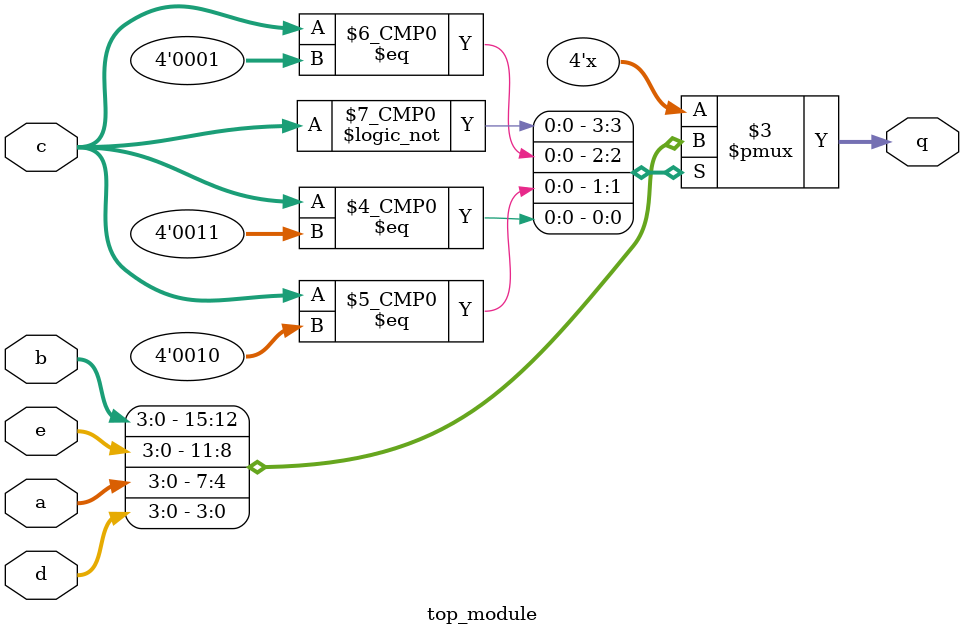
<source format=sv>
module top_module (
    input [3:0] a, 
    input [3:0] b, 
    input [3:0] c, 
    input [3:0] d,
    input [3:0] e,
    output reg [3:0] q
);

always @(*) begin
    case (c)
        4'b0000: q = b;
        4'b0001: q = e;
        4'b0010: q = a;
        4'b0011: q = d;
        default: q = 4'bxxxx;
    endcase
end

endmodule

</source>
